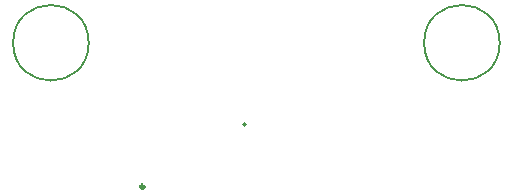
<source format=gbr>
%TF.GenerationSoftware,KiCad,Pcbnew,7.0.10*%
%TF.CreationDate,2024-02-21T00:47:17-06:00*%
%TF.ProjectId,Power-Module,506f7765-722d-44d6-9f64-756c652e6b69,rev?*%
%TF.SameCoordinates,Original*%
%TF.FileFunction,Other,Comment*%
%FSLAX46Y46*%
G04 Gerber Fmt 4.6, Leading zero omitted, Abs format (unit mm)*
G04 Created by KiCad (PCBNEW 7.0.10) date 2024-02-21 00:47:17*
%MOMM*%
%LPD*%
G01*
G04 APERTURE LIST*
%ADD10C,0.300000*%
%ADD11C,0.150000*%
%ADD12C,0.200000*%
G04 APERTURE END LIST*
D10*
%TO.C,U1*%
X136928000Y-102362000D02*
G75*
G03*
X136628000Y-102362000I-150000J0D01*
G01*
X136628000Y-102362000D02*
G75*
G03*
X136928000Y-102362000I150000J0D01*
G01*
D11*
%TO.C,H2*%
X167030000Y-90170000D02*
G75*
G03*
X160630000Y-90170000I-3200000J0D01*
G01*
X160630000Y-90170000D02*
G75*
G03*
X167030000Y-90170000I3200000J0D01*
G01*
%TO.C,H1*%
X132232000Y-90170000D02*
G75*
G03*
X125832000Y-90170000I-3200000J0D01*
G01*
X125832000Y-90170000D02*
G75*
G03*
X132232000Y-90170000I3200000J0D01*
G01*
D12*
%TO.C,U2*%
X145516000Y-97094000D02*
G75*
G03*
X145316000Y-97094000I-100000J0D01*
G01*
X145316000Y-97094000D02*
G75*
G03*
X145516000Y-97094000I100000J0D01*
G01*
%TD*%
M02*

</source>
